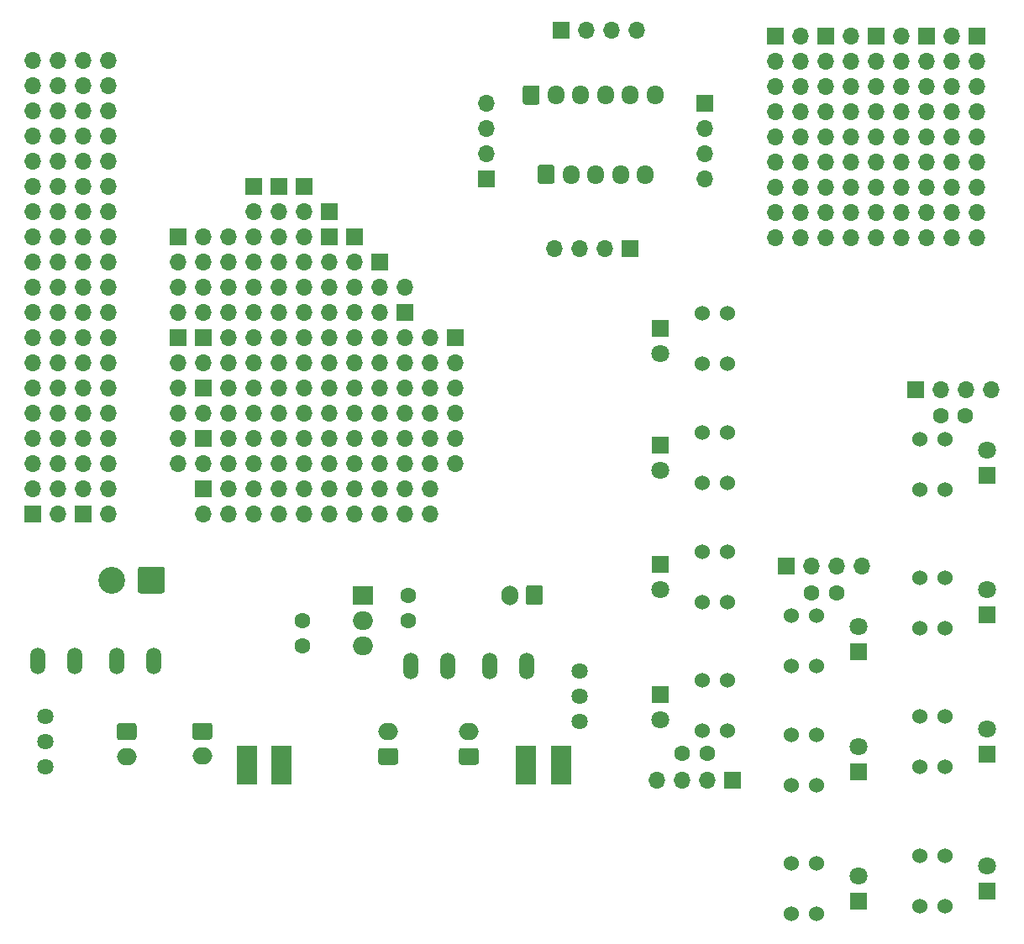
<source format=gbs>
%TF.GenerationSoftware,KiCad,Pcbnew,(5.1.10)-1*%
%TF.CreationDate,2021-11-13T22:23:51+09:00*%
%TF.ProjectId,herakuresu.line,68657261-6b75-4726-9573-752e6c696e65,rev?*%
%TF.SameCoordinates,Original*%
%TF.FileFunction,Soldermask,Bot*%
%TF.FilePolarity,Negative*%
%FSLAX46Y46*%
G04 Gerber Fmt 4.6, Leading zero omitted, Abs format (unit mm)*
G04 Created by KiCad (PCBNEW (5.1.10)-1) date 2021-11-13 22:23:51*
%MOMM*%
%LPD*%
G01*
G04 APERTURE LIST*
%ADD10O,1.700000X1.700000*%
%ADD11R,1.700000X1.700000*%
%ADD12C,1.600000*%
%ADD13R,1.800000X1.800000*%
%ADD14C,1.800000*%
%ADD15C,1.524000*%
%ADD16O,2.000000X1.700000*%
%ADD17R,2.000000X4.000000*%
%ADD18C,1.635000*%
%ADD19R,2.000000X1.905000*%
%ADD20O,2.000000X1.905000*%
%ADD21O,1.500000X2.700000*%
%ADD22O,1.700000X2.000000*%
%ADD23C,2.700000*%
%ADD24O,1.700000X1.950000*%
G04 APERTURE END LIST*
D10*
%TO.C,REF\u002A\u002A*%
X186714985Y-78434968D03*
X186714985Y-75894968D03*
X186714985Y-73354968D03*
X186714985Y-70814968D03*
X186714985Y-68274968D03*
X186714985Y-65734968D03*
X186714985Y-63194968D03*
X186714985Y-60654968D03*
D11*
X186714985Y-58114968D03*
%TD*%
%TO.C,REF\u002A\u002A*%
X191794985Y-58114968D03*
D10*
X189254985Y-58114968D03*
X191794985Y-60654968D03*
X189254985Y-60654968D03*
X191794985Y-63194968D03*
X189254985Y-63194968D03*
X191794985Y-65734968D03*
X189254985Y-65734968D03*
X191794985Y-68274968D03*
X189254985Y-68274968D03*
X191794985Y-70814968D03*
X189254985Y-70814968D03*
X191794985Y-73354968D03*
X189254985Y-73354968D03*
X191794985Y-75894968D03*
X189254985Y-75894968D03*
X191794985Y-78434968D03*
X189254985Y-78434968D03*
%TD*%
D11*
%TO.C,REF\u002A\u002A*%
X196874985Y-58114968D03*
D10*
X194334985Y-58114968D03*
X196874985Y-60654968D03*
X194334985Y-60654968D03*
X196874985Y-63194968D03*
X194334985Y-63194968D03*
X196874985Y-65734968D03*
X194334985Y-65734968D03*
X196874985Y-68274968D03*
X194334985Y-68274968D03*
X196874985Y-70814968D03*
X194334985Y-70814968D03*
X196874985Y-73354968D03*
X194334985Y-73354968D03*
X196874985Y-75894968D03*
X194334985Y-75894968D03*
X196874985Y-78434968D03*
X194334985Y-78434968D03*
%TD*%
D11*
%TO.C,REF\u002A\u002A*%
X201954985Y-58114968D03*
D10*
X199414985Y-58114968D03*
X201954985Y-60654968D03*
X199414985Y-60654968D03*
X201954985Y-63194968D03*
X199414985Y-63194968D03*
X201954985Y-65734968D03*
X199414985Y-65734968D03*
X201954985Y-68274968D03*
X199414985Y-68274968D03*
X201954985Y-70814968D03*
X199414985Y-70814968D03*
X201954985Y-73354968D03*
X199414985Y-73354968D03*
X201954985Y-75894968D03*
X199414985Y-75894968D03*
X201954985Y-78434968D03*
X199414985Y-78434968D03*
%TD*%
%TO.C,REF\u002A\u002A*%
X204494985Y-78434968D03*
X207034985Y-78434968D03*
X204494985Y-75894968D03*
X207034985Y-75894968D03*
X204494985Y-73354968D03*
X207034985Y-73354968D03*
X204494985Y-70814968D03*
X207034985Y-70814968D03*
X204494985Y-68274968D03*
X207034985Y-68274968D03*
X204494985Y-65734968D03*
X207034985Y-65734968D03*
X204494985Y-63194968D03*
X207034985Y-63194968D03*
X204494985Y-60654968D03*
X207034985Y-60654968D03*
X204494985Y-58114968D03*
D11*
X207034985Y-58114968D03*
%TD*%
%TO.C,REF\u002A\u002A*%
X146769985Y-80904968D03*
%TD*%
%TO.C,REF\u002A\u002A*%
X141689985Y-75824968D03*
%TD*%
%TO.C,REF\u002A\u002A*%
X139149985Y-73284968D03*
D10*
X139149985Y-75824968D03*
%TD*%
D11*
%TO.C,REF\u002A\u002A*%
X136609985Y-73284968D03*
D10*
X136609985Y-75824968D03*
%TD*%
D11*
%TO.C,REF\u002A\u002A*%
X134069985Y-73284968D03*
D10*
X134069985Y-75824968D03*
%TD*%
D11*
%TO.C,REF\u002A\u002A*%
X144229985Y-78364968D03*
D10*
X144229985Y-80904968D03*
%TD*%
%TO.C,REF\u002A\u002A*%
X141689985Y-80904968D03*
D11*
X141689985Y-78364968D03*
%TD*%
D10*
%TO.C,REF\u002A\u002A*%
X154389985Y-101224968D03*
X154389985Y-98684968D03*
X154389985Y-96144968D03*
X154389985Y-93604968D03*
X154389985Y-91064968D03*
D11*
X154389985Y-88524968D03*
%TD*%
D10*
%TO.C,REF\u002A\u002A*%
X126449985Y-101224968D03*
X126449985Y-98684968D03*
X126449985Y-96144968D03*
X126449985Y-93604968D03*
X126449985Y-91064968D03*
D11*
X126449985Y-88524968D03*
%TD*%
D10*
%TO.C,REF\u002A\u002A*%
X139149985Y-80904968D03*
X139149985Y-78364968D03*
X136609985Y-80904968D03*
X136609985Y-78364968D03*
X134069985Y-80904968D03*
X134069985Y-78364968D03*
X131529985Y-80904968D03*
X131529985Y-78364968D03*
X128989985Y-80904968D03*
X128989985Y-78364968D03*
X126449985Y-80904968D03*
D11*
X126449985Y-78364968D03*
%TD*%
%TO.C,REF\u002A\u002A*%
X149309985Y-85984968D03*
D10*
X149309985Y-83444968D03*
X146769985Y-85984968D03*
X146769985Y-83444968D03*
X144229985Y-85984968D03*
X144229985Y-83444968D03*
X141689985Y-85984968D03*
X141689985Y-83444968D03*
X139149985Y-85984968D03*
X139149985Y-83444968D03*
X136609985Y-85984968D03*
X136609985Y-83444968D03*
X134069985Y-85984968D03*
X134069985Y-83444968D03*
X131529985Y-85984968D03*
X131529985Y-83444968D03*
X128989985Y-85984968D03*
X128989985Y-83444968D03*
X126449985Y-85984968D03*
X126449985Y-83444968D03*
%TD*%
D11*
%TO.C,REF\u002A\u002A*%
X128989985Y-88524968D03*
D10*
X128989985Y-91064968D03*
X131529985Y-88524968D03*
X131529985Y-91064968D03*
X134069985Y-88524968D03*
X134069985Y-91064968D03*
X136609985Y-88524968D03*
X136609985Y-91064968D03*
X139149985Y-88524968D03*
X139149985Y-91064968D03*
X141689985Y-88524968D03*
X141689985Y-91064968D03*
X144229985Y-88524968D03*
X144229985Y-91064968D03*
X146769985Y-88524968D03*
X146769985Y-91064968D03*
X149309985Y-88524968D03*
X149309985Y-91064968D03*
X151849985Y-88524968D03*
X151849985Y-91064968D03*
%TD*%
D11*
%TO.C,REF\u002A\u002A*%
X128989985Y-93604968D03*
D10*
X128989985Y-96144968D03*
X131529985Y-93604968D03*
X131529985Y-96144968D03*
X134069985Y-93604968D03*
X134069985Y-96144968D03*
X136609985Y-93604968D03*
X136609985Y-96144968D03*
X139149985Y-93604968D03*
X139149985Y-96144968D03*
X141689985Y-93604968D03*
X141689985Y-96144968D03*
X144229985Y-93604968D03*
X144229985Y-96144968D03*
X146769985Y-93604968D03*
X146769985Y-96144968D03*
X149309985Y-93604968D03*
X149309985Y-96144968D03*
X151849985Y-93604968D03*
X151849985Y-96144968D03*
%TD*%
D11*
%TO.C,REF\u002A\u002A*%
X128989985Y-98684968D03*
D10*
X128989985Y-101224968D03*
X131529985Y-98684968D03*
X131529985Y-101224968D03*
X134069985Y-98684968D03*
X134069985Y-101224968D03*
X136609985Y-98684968D03*
X136609985Y-101224968D03*
X139149985Y-98684968D03*
X139149985Y-101224968D03*
X141689985Y-98684968D03*
X141689985Y-101224968D03*
X144229985Y-98684968D03*
X144229985Y-101224968D03*
X146769985Y-98684968D03*
X146769985Y-101224968D03*
X149309985Y-98684968D03*
X149309985Y-101224968D03*
X151849985Y-98684968D03*
X151849985Y-101224968D03*
%TD*%
%TO.C,REF\u002A\u002A*%
X151849985Y-106304968D03*
X151849985Y-103764968D03*
X149309985Y-106304968D03*
X149309985Y-103764968D03*
X146769985Y-106304968D03*
X146769985Y-103764968D03*
X144229985Y-106304968D03*
X144229985Y-103764968D03*
X141689985Y-106304968D03*
X141689985Y-103764968D03*
X139149985Y-106304968D03*
X139149985Y-103764968D03*
X136609985Y-106304968D03*
X136609985Y-103764968D03*
X134069985Y-106304968D03*
X134069985Y-103764968D03*
X131529985Y-106304968D03*
X131529985Y-103764968D03*
X128989985Y-106304968D03*
D11*
X128989985Y-103764968D03*
%TD*%
D10*
%TO.C,REF\u002A\u002A*%
X119464985Y-60584968D03*
X116924985Y-60584968D03*
X119464985Y-63124968D03*
X116924985Y-63124968D03*
X119464985Y-65664968D03*
X116924985Y-65664968D03*
X119464985Y-68204968D03*
X116924985Y-68204968D03*
X119464985Y-70744968D03*
X116924985Y-70744968D03*
X119464985Y-73284968D03*
X116924985Y-73284968D03*
X119464985Y-75824968D03*
X116924985Y-75824968D03*
X119464985Y-78364968D03*
X116924985Y-78364968D03*
X119464985Y-80904968D03*
X116924985Y-80904968D03*
X119464985Y-83444968D03*
X116924985Y-83444968D03*
X119464985Y-85984968D03*
X116924985Y-85984968D03*
X119464985Y-88524968D03*
X116924985Y-88524968D03*
X119464985Y-91064968D03*
X116924985Y-91064968D03*
X119464985Y-93604968D03*
X116924985Y-93604968D03*
X119464985Y-96144968D03*
X116924985Y-96144968D03*
X119464985Y-98684968D03*
X116924985Y-98684968D03*
X119464985Y-101224968D03*
X116924985Y-101224968D03*
X119464985Y-103764968D03*
X116924985Y-103764968D03*
X119464985Y-106304968D03*
D11*
X116924985Y-106304968D03*
%TD*%
D10*
%TO.C,REF\u002A\u002A*%
X114384985Y-60584968D03*
X111844985Y-60584968D03*
X114384985Y-63124968D03*
X111844985Y-63124968D03*
X114384985Y-65664968D03*
X111844985Y-65664968D03*
X114384985Y-68204968D03*
X111844985Y-68204968D03*
X114384985Y-70744968D03*
X111844985Y-70744968D03*
X114384985Y-73284968D03*
X111844985Y-73284968D03*
X114384985Y-75824968D03*
X111844985Y-75824968D03*
X114384985Y-78364968D03*
X111844985Y-78364968D03*
X114384985Y-80904968D03*
X111844985Y-80904968D03*
X114384985Y-83444968D03*
X111844985Y-83444968D03*
X114384985Y-85984968D03*
X111844985Y-85984968D03*
X114384985Y-88524968D03*
X111844985Y-88524968D03*
X114384985Y-91064968D03*
X111844985Y-91064968D03*
X114384985Y-93604968D03*
X111844985Y-93604968D03*
X114384985Y-96144968D03*
X111844985Y-96144968D03*
X114384985Y-98684968D03*
X111844985Y-98684968D03*
X114384985Y-101224968D03*
X111844985Y-101224968D03*
X114384985Y-103764968D03*
X111844985Y-103764968D03*
X114384985Y-106304968D03*
D11*
X111844985Y-106304968D03*
%TD*%
D12*
%TO.C,C1*%
X179784986Y-130489664D03*
X177284986Y-130489664D03*
%TD*%
D13*
%TO.C,D1*%
X175094986Y-124494664D03*
D14*
X175094986Y-127034664D03*
%TD*%
D15*
%TO.C,U4*%
X179324986Y-91179664D03*
X181864986Y-91179664D03*
X181864986Y-86099664D03*
X179324986Y-86099664D03*
%TD*%
%TO.C,U2*%
X179324986Y-115179664D03*
X181864986Y-115179664D03*
X181864986Y-110099664D03*
X179324986Y-110099664D03*
%TD*%
%TO.C,U3*%
X179324986Y-103179664D03*
X181864986Y-103179664D03*
X181864986Y-98099664D03*
X179324986Y-98099664D03*
%TD*%
D13*
%TO.C,D2*%
X175094986Y-111429664D03*
D14*
X175094986Y-113969664D03*
%TD*%
D15*
%TO.C,U1*%
X179324986Y-128179664D03*
X181864986Y-128179664D03*
X181864986Y-123099664D03*
X179324986Y-123099664D03*
%TD*%
D13*
%TO.C,D4*%
X175094986Y-87569664D03*
D14*
X175094986Y-90109664D03*
%TD*%
D13*
%TO.C,D3*%
X175094986Y-99364664D03*
D14*
X175094986Y-101904664D03*
%TD*%
D11*
%TO.C,J1*%
X182324986Y-133164664D03*
D10*
X179784986Y-133164664D03*
X177244986Y-133164664D03*
X174704986Y-133164664D03*
%TD*%
D12*
%TO.C,C1*%
X190364985Y-114249968D03*
X192864985Y-114249968D03*
%TD*%
D13*
%TO.C,D1*%
X195054985Y-120244968D03*
D14*
X195054985Y-117704968D03*
%TD*%
D15*
%TO.C,U2*%
X190824985Y-128559968D03*
X188284985Y-128559968D03*
X188284985Y-133639968D03*
X190824985Y-133639968D03*
%TD*%
%TO.C,U3*%
X190824985Y-141559968D03*
X188284985Y-141559968D03*
X188284985Y-146639968D03*
X190824985Y-146639968D03*
%TD*%
D13*
%TO.C,D2*%
X195054985Y-132309968D03*
D14*
X195054985Y-129769968D03*
%TD*%
D15*
%TO.C,U1*%
X190824985Y-116559968D03*
X188284985Y-116559968D03*
X188284985Y-121639968D03*
X190824985Y-121639968D03*
%TD*%
D13*
%TO.C,D3*%
X195054985Y-145374968D03*
D14*
X195054985Y-142834968D03*
%TD*%
D11*
%TO.C,J1*%
X187824985Y-111574968D03*
D10*
X190364985Y-111574968D03*
X192904985Y-111574968D03*
X195444985Y-111574968D03*
%TD*%
D15*
%TO.C,U1*%
X203807493Y-103827484D03*
X201267493Y-103827484D03*
X201267493Y-98747484D03*
X203807493Y-98747484D03*
%TD*%
%TO.C,U2*%
X203807493Y-117827484D03*
X201267493Y-117827484D03*
X201267493Y-112747484D03*
X203807493Y-112747484D03*
%TD*%
%TO.C,U3*%
X203807493Y-131827484D03*
X201267493Y-131827484D03*
X201267493Y-126747484D03*
X203807493Y-126747484D03*
%TD*%
%TO.C,U4*%
X203807493Y-145827484D03*
X201267493Y-145827484D03*
X201267493Y-140747484D03*
X203807493Y-140747484D03*
%TD*%
D10*
%TO.C,J1*%
X208427493Y-93762484D03*
X205887493Y-93762484D03*
X203347493Y-93762484D03*
D11*
X200807493Y-93762484D03*
%TD*%
D14*
%TO.C,D4*%
X208037493Y-141817484D03*
D13*
X208037493Y-144357484D03*
%TD*%
D14*
%TO.C,D3*%
X208037493Y-128022484D03*
D13*
X208037493Y-130562484D03*
%TD*%
D14*
%TO.C,D2*%
X208037493Y-113957484D03*
D13*
X208037493Y-116497484D03*
%TD*%
D14*
%TO.C,D1*%
X208037493Y-99892484D03*
D13*
X208037493Y-102432484D03*
%TD*%
D12*
%TO.C,C1*%
X205847493Y-96437484D03*
X203347493Y-96437484D03*
%TD*%
%TO.C,C2*%
X149692499Y-117045651D03*
X149692499Y-114545651D03*
%TD*%
%TO.C,J8*%
G36*
G01*
X120554498Y-127411651D02*
X122054498Y-127411651D01*
G75*
G02*
X122304498Y-127661651I0J-250000D01*
G01*
X122304498Y-128861651D01*
G75*
G02*
X122054498Y-129111651I-250000J0D01*
G01*
X120554498Y-129111651D01*
G75*
G02*
X120304498Y-128861651I0J250000D01*
G01*
X120304498Y-127661651D01*
G75*
G02*
X120554498Y-127411651I250000J0D01*
G01*
G37*
D16*
X121304498Y-130761651D03*
%TD*%
D17*
%TO.C,MES2*%
X133438499Y-131657651D03*
X136938499Y-131657651D03*
%TD*%
D18*
%TO.C,SW1*%
X166964499Y-127205651D03*
X166964499Y-124665651D03*
X166964499Y-122125651D03*
%TD*%
%TO.C,J1*%
G36*
G01*
X148410499Y-131611651D02*
X146910499Y-131611651D01*
G75*
G02*
X146660499Y-131361651I0J250000D01*
G01*
X146660499Y-130161651D01*
G75*
G02*
X146910499Y-129911651I250000J0D01*
G01*
X148410499Y-129911651D01*
G75*
G02*
X148660499Y-130161651I0J-250000D01*
G01*
X148660499Y-131361651D01*
G75*
G02*
X148410499Y-131611651I-250000J0D01*
G01*
G37*
D16*
X147660499Y-128261651D03*
%TD*%
D19*
%TO.C,U7*%
X145120499Y-114505651D03*
D20*
X145120499Y-117045651D03*
X145120499Y-119585651D03*
%TD*%
D21*
%TO.C,F2*%
X124046499Y-121109651D03*
X120346499Y-121109651D03*
X116046499Y-121109651D03*
X112346499Y-121109651D03*
%TD*%
D17*
%TO.C,MES1*%
X161578498Y-131657651D03*
X165078498Y-131657651D03*
%TD*%
D18*
%TO.C,SW2*%
X113116499Y-131777651D03*
X113116499Y-129237651D03*
X113116499Y-126697651D03*
%TD*%
%TO.C,BT1*%
G36*
G01*
X163242499Y-113755651D02*
X163242499Y-115255651D01*
G75*
G02*
X162992499Y-115505651I-250000J0D01*
G01*
X161792499Y-115505651D01*
G75*
G02*
X161542499Y-115255651I0J250000D01*
G01*
X161542499Y-113755651D01*
G75*
G02*
X161792499Y-113505651I250000J0D01*
G01*
X162992499Y-113505651D01*
G75*
G02*
X163242499Y-113755651I0J-250000D01*
G01*
G37*
D22*
X159892499Y-114505651D03*
%TD*%
%TO.C,J11*%
G36*
G01*
X128174498Y-127371651D02*
X129674498Y-127371651D01*
G75*
G02*
X129924498Y-127621651I0J-250000D01*
G01*
X129924498Y-128821651D01*
G75*
G02*
X129674498Y-129071651I-250000J0D01*
G01*
X128174498Y-129071651D01*
G75*
G02*
X127924498Y-128821651I0J250000D01*
G01*
X127924498Y-127621651D01*
G75*
G02*
X128174498Y-127371651I250000J0D01*
G01*
G37*
D16*
X128924498Y-130721651D03*
%TD*%
%TO.C,BT2*%
G36*
G01*
X125134499Y-111881652D02*
X125134499Y-114081650D01*
G75*
G02*
X124884498Y-114331651I-250001J0D01*
G01*
X122684500Y-114331651D01*
G75*
G02*
X122434499Y-114081650I0J250001D01*
G01*
X122434499Y-111881652D01*
G75*
G02*
X122684500Y-111631651I250001J0D01*
G01*
X124884498Y-111631651D01*
G75*
G02*
X125134499Y-111881652I0J-250001D01*
G01*
G37*
D23*
X119824499Y-112981651D03*
%TD*%
%TO.C,J2*%
G36*
G01*
X156538499Y-131611651D02*
X155038499Y-131611651D01*
G75*
G02*
X154788499Y-131361651I0J250000D01*
G01*
X154788499Y-130161651D01*
G75*
G02*
X155038499Y-129911651I250000J0D01*
G01*
X156538499Y-129911651D01*
G75*
G02*
X156788499Y-130161651I0J-250000D01*
G01*
X156788499Y-131361651D01*
G75*
G02*
X156538499Y-131611651I-250000J0D01*
G01*
G37*
D16*
X155788499Y-128261651D03*
%TD*%
D12*
%TO.C,C1*%
X139024499Y-119585651D03*
X139024499Y-117085651D03*
%TD*%
D21*
%TO.C,F1*%
X149938499Y-121617651D03*
X153638499Y-121617651D03*
X157938499Y-121617651D03*
X161638499Y-121617651D03*
%TD*%
D11*
%TO.C,J1*%
X157574985Y-72574967D03*
D10*
X157574985Y-70034967D03*
X157574985Y-67494967D03*
X157574985Y-64954967D03*
%TD*%
D11*
%TO.C,J4*%
X179574985Y-64954967D03*
D10*
X179574985Y-67494967D03*
X179574985Y-70034967D03*
X179574985Y-72574967D03*
%TD*%
%TO.C,J5*%
G36*
G01*
X162724985Y-72799967D02*
X162724985Y-71349967D01*
G75*
G02*
X162974985Y-71099967I250000J0D01*
G01*
X164174985Y-71099967D01*
G75*
G02*
X164424985Y-71349967I0J-250000D01*
G01*
X164424985Y-72799967D01*
G75*
G02*
X164174985Y-73049967I-250000J0D01*
G01*
X162974985Y-73049967D01*
G75*
G02*
X162724985Y-72799967I0J250000D01*
G01*
G37*
D24*
X166074985Y-72074967D03*
X168574985Y-72074967D03*
X171074985Y-72074967D03*
X173574985Y-72074967D03*
%TD*%
D11*
%TO.C,J6*%
X172074985Y-79574967D03*
D10*
X169534985Y-79574967D03*
X166994985Y-79574967D03*
X164454985Y-79574967D03*
%TD*%
%TO.C,J2*%
G36*
G01*
X161224985Y-64799967D02*
X161224985Y-63349967D01*
G75*
G02*
X161474985Y-63099967I250000J0D01*
G01*
X162674985Y-63099967D01*
G75*
G02*
X162924985Y-63349967I0J-250000D01*
G01*
X162924985Y-64799967D01*
G75*
G02*
X162674985Y-65049967I-250000J0D01*
G01*
X161474985Y-65049967D01*
G75*
G02*
X161224985Y-64799967I0J250000D01*
G01*
G37*
D24*
X164574985Y-64074967D03*
X167074985Y-64074967D03*
X169574985Y-64074967D03*
X172074985Y-64074967D03*
X174574985Y-64074967D03*
%TD*%
D11*
%TO.C,J3*%
X165074985Y-57574967D03*
D10*
X167614985Y-57574967D03*
X170154985Y-57574967D03*
X172694985Y-57574967D03*
%TD*%
M02*

</source>
